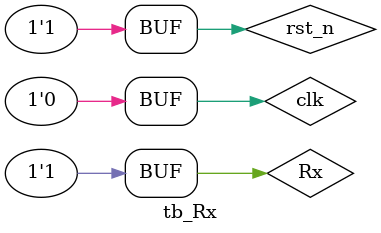
<source format=v>
module tb_Rx();

    reg clk, rst_n;
    reg Rx;
    wire recv_req;
    wire [7:0] d_out;

    Rx duv (
        .clk(clk),
        .rst_n(rst_n),
        // .SYMBOL_WIDTH(4),
        .SYMBOL_WIDTH(5),
        .Rx(Rx),
        .recv_req(recv_req),
        .d_out(d_out)
    );

    initial begin
        clk = 0;
        repeat(4000) #10 clk = ~clk;
    end

    initial begin
        rst_n = 1;
        #10 rst_n = 0;
	    #20 rst_n = 1;
    end

    // Init Rx
    initial begin
        Rx = 1'b1;
        #90 Rx = 1'b0;
        #100 Rx = 1'b1;
        #100 Rx = 1'b0;
        #100 Rx = 1'b0;
        #100 Rx = 1'b1;
        #100 Rx = 1'b0;
        #100 Rx = 1'b1;
        #100 Rx = 1'b1;
        #100 Rx = 1'b0;
        #100 Rx = 1'b1;
        #280 Rx = 1'b0;
        repeat(8) #100 Rx = $random;
        #100 Rx = 1'b1;
    end

endmodule
</source>
